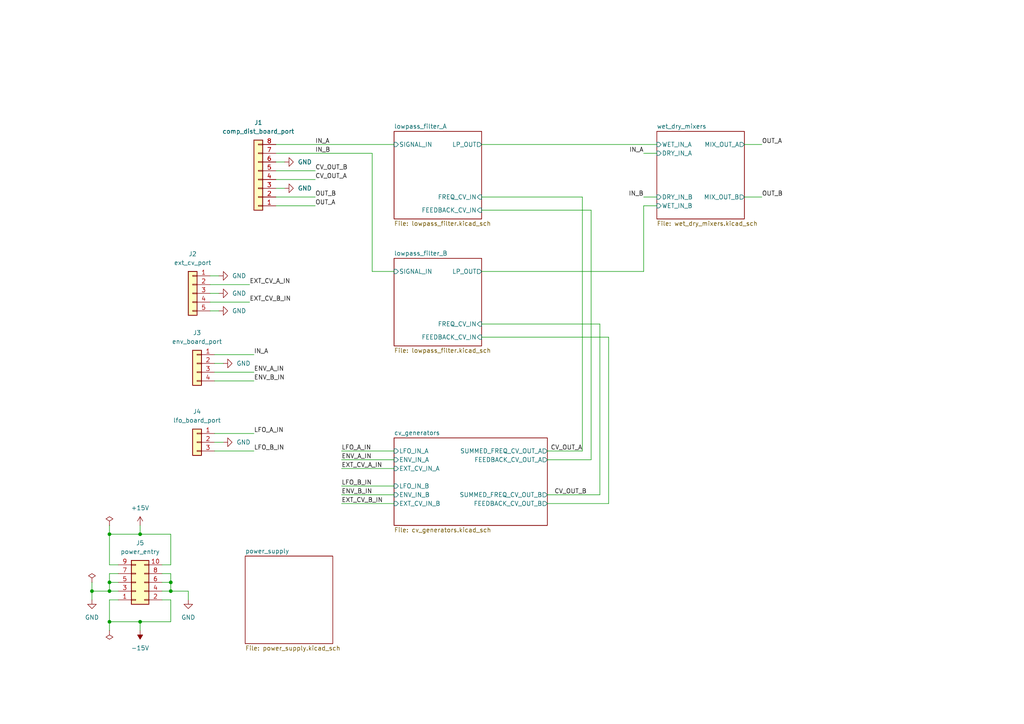
<source format=kicad_sch>
(kicad_sch (version 20211123) (generator eeschema)
  (paper "A4")
  (title_block (title "M.S.M. Stereo Lowpass Filter Pedal") (date "2022-05-19") (rev "0") (comment 2 "creativecommons.org/licenses/by/4.0") (comment 3 "License: CC by 4.0") (comment 4 "Author: Jordan Aceto"))
  (lib_symbols
    (symbol "Connector_Generic:Conn_01x03" (pin_names (offset 1.016) hide)
      (property "Reference" "J" (at 0 5.08 0))
      (property "Value" "Conn_01x03" (at 0 -5.08 0))
      (symbol "Conn_01x03_1_1"
        (rectangle (start -1.27 -2.413) (end 0 -2.667) (stroke (width 0.1524)))
        (rectangle (start -1.27 0.127) (end 0 -0.127) (stroke (width 0.1524)))
        (rectangle (start -1.27 2.667) (end 0 2.413) (stroke (width 0.1524)))
        (rectangle (start -1.27 3.81) (end 1.27 -3.81) (stroke (width 0.254)) (fill (type background)))
        (pin passive line (at -5.08 2.54 0) (length 3.81) (name "Pin_1") (number "1"))
        (pin passive line (at -5.08 0 0) (length 3.81) (name "Pin_2") (number "2"))
        (pin passive line (at -5.08 -2.54 0) (length 3.81) (name "Pin_3") (number "3"))
      )
    )
    (symbol "Connector_Generic:Conn_01x04" (pin_names (offset 1.016) hide)
      (property "Reference" "J" (at 0 5.08 0))
      (property "Value" "Conn_01x04" (at 0 -7.62 0))
      (symbol "Conn_01x04_1_1"
        (rectangle (start -1.27 -4.953) (end 0 -5.207) (stroke (width 0.1524)))
        (rectangle (start -1.27 -2.413) (end 0 -2.667) (stroke (width 0.1524)))
        (rectangle (start -1.27 0.127) (end 0 -0.127) (stroke (width 0.1524)))
        (rectangle (start -1.27 2.667) (end 0 2.413) (stroke (width 0.1524)))
        (rectangle (start -1.27 3.81) (end 1.27 -6.35) (stroke (width 0.254)) (fill (type background)))
        (pin passive line (at -5.08 2.54 0) (length 3.81) (name "Pin_1") (number "1"))
        (pin passive line (at -5.08 0 0) (length 3.81) (name "Pin_2") (number "2"))
        (pin passive line (at -5.08 -2.54 0) (length 3.81) (name "Pin_3") (number "3"))
        (pin passive line (at -5.08 -5.08 0) (length 3.81) (name "Pin_4") (number "4"))
      )
    )
    (symbol "Connector_Generic:Conn_01x05" (pin_names (offset 1.016) hide)
      (property "Reference" "J" (at 0 7.62 0))
      (property "Value" "Conn_01x05" (at 0 -7.62 0))
      (symbol "Conn_01x05_1_1"
        (rectangle (start -1.27 -4.953) (end 0 -5.207) (stroke (width 0.1524)))
        (rectangle (start -1.27 -2.413) (end 0 -2.667) (stroke (width 0.1524)))
        (rectangle (start -1.27 0.127) (end 0 -0.127) (stroke (width 0.1524)))
        (rectangle (start -1.27 2.667) (end 0 2.413) (stroke (width 0.1524)))
        (rectangle (start -1.27 5.207) (end 0 4.953) (stroke (width 0.1524)))
        (rectangle (start -1.27 6.35) (end 1.27 -6.35) (stroke (width 0.254)) (fill (type background)))
        (pin passive line (at -5.08 5.08 0) (length 3.81) (name "Pin_1") (number "1"))
        (pin passive line (at -5.08 2.54 0) (length 3.81) (name "Pin_2") (number "2"))
        (pin passive line (at -5.08 0 0) (length 3.81) (name "Pin_3") (number "3"))
        (pin passive line (at -5.08 -2.54 0) (length 3.81) (name "Pin_4") (number "4"))
        (pin passive line (at -5.08 -5.08 0) (length 3.81) (name "Pin_5") (number "5"))
      )
    )
    (symbol "Connector_Generic:Conn_01x08" (pin_names (offset 1.016) hide)
      (property "Reference" "J" (at 0 10.16 0))
      (property "Value" "Conn_01x08" (at 0 -12.7 0))
      (symbol "Conn_01x08_1_1"
        (rectangle (start -1.27 -10.033) (end 0 -10.287) (stroke (width 0.1524)))
        (rectangle (start -1.27 -7.493) (end 0 -7.747) (stroke (width 0.1524)))
        (rectangle (start -1.27 -4.953) (end 0 -5.207) (stroke (width 0.1524)))
        (rectangle (start -1.27 -2.413) (end 0 -2.667) (stroke (width 0.1524)))
        (rectangle (start -1.27 0.127) (end 0 -0.127) (stroke (width 0.1524)))
        (rectangle (start -1.27 2.667) (end 0 2.413) (stroke (width 0.1524)))
        (rectangle (start -1.27 5.207) (end 0 4.953) (stroke (width 0.1524)))
        (rectangle (start -1.27 7.747) (end 0 7.493) (stroke (width 0.1524)))
        (rectangle (start -1.27 8.89) (end 1.27 -11.43) (stroke (width 0.254)) (fill (type background)))
        (pin passive line (at -5.08 7.62 0) (length 3.81) (name "Pin_1") (number "1"))
        (pin passive line (at -5.08 5.08 0) (length 3.81) (name "Pin_2") (number "2"))
        (pin passive line (at -5.08 2.54 0) (length 3.81) (name "Pin_3") (number "3"))
        (pin passive line (at -5.08 0 0) (length 3.81) (name "Pin_4") (number "4"))
        (pin passive line (at -5.08 -2.54 0) (length 3.81) (name "Pin_5") (number "5"))
        (pin passive line (at -5.08 -5.08 0) (length 3.81) (name "Pin_6") (number "6"))
        (pin passive line (at -5.08 -7.62 0) (length 3.81) (name "Pin_7") (number "7"))
        (pin passive line (at -5.08 -10.16 0) (length 3.81) (name "Pin_8") (number "8"))
      )
    )
    (symbol "Connector_Generic:Conn_02x05_Odd_Even" (pin_names (offset 1.016) hide)
      (property "Reference" "J" (at 1.27 7.62 0))
      (property "Value" "Conn_02x05_Odd_Even" (at 1.27 -7.62 0))
      (symbol "Conn_02x05_Odd_Even_1_1"
        (rectangle (start -1.27 -4.953) (end 0 -5.207) (stroke (width 0.1524)))
        (rectangle (start -1.27 -2.413) (end 0 -2.667) (stroke (width 0.1524)))
        (rectangle (start -1.27 0.127) (end 0 -0.127) (stroke (width 0.1524)))
        (rectangle (start -1.27 2.667) (end 0 2.413) (stroke (width 0.1524)))
        (rectangle (start -1.27 5.207) (end 0 4.953) (stroke (width 0.1524)))
        (rectangle (start -1.27 6.35) (end 3.81 -6.35) (stroke (width 0.254)) (fill (type background)))
        (rectangle (start 3.81 -4.953) (end 2.54 -5.207) (stroke (width 0.1524)))
        (rectangle (start 3.81 -2.413) (end 2.54 -2.667) (stroke (width 0.1524)))
        (rectangle (start 3.81 0.127) (end 2.54 -0.127) (stroke (width 0.1524)))
        (rectangle (start 3.81 2.667) (end 2.54 2.413) (stroke (width 0.1524)))
        (rectangle (start 3.81 5.207) (end 2.54 4.953) (stroke (width 0.1524)))
        (pin passive line (at -5.08 5.08 0) (length 3.81) (name "Pin_1") (number "1"))
        (pin passive line (at 7.62 -5.08 180) (length 3.81) (name "Pin_10") (number "10"))
        (pin passive line (at 7.62 5.08 180) (length 3.81) (name "Pin_2") (number "2"))
        (pin passive line (at -5.08 2.54 0) (length 3.81) (name "Pin_3") (number "3"))
        (pin passive line (at 7.62 2.54 180) (length 3.81) (name "Pin_4") (number "4"))
        (pin passive line (at -5.08 0 0) (length 3.81) (name "Pin_5") (number "5"))
        (pin passive line (at 7.62 0 180) (length 3.81) (name "Pin_6") (number "6"))
        (pin passive line (at -5.08 -2.54 0) (length 3.81) (name "Pin_7") (number "7"))
        (pin passive line (at 7.62 -2.54 180) (length 3.81) (name "Pin_8") (number "8"))
        (pin passive line (at -5.08 -5.08 0) (length 3.81) (name "Pin_9") (number "9"))
      )
    )
    (symbol "power:+15V" (power) (pin_names (offset 0))
      (property "Value" "+15V" (at 0 3.556 0))
      (symbol "+15V_0_1"
        (polyline (pts (xy -0.762 1.27) (xy 0 2.54)))
        (polyline (pts (xy 0 0) (xy 0 2.54)))
        (polyline (pts (xy 0 2.54) (xy 0.762 1.27)))
      )
      (symbol "+15V_1_1"
        (pin power_in line (at 0 0 90) (length 0) hide (name "+15V") (number "1"))
      )
    )
    (symbol "power:-15V" (power) (pin_names (offset 0))
      (property "Value" "-15V" (at 0 3.81 0))
      (symbol "-15V_0_0"
        (pin power_in line (at 0 0 90) (length 0) hide (name "-15V") (number "1"))
      )
      (symbol "-15V_0_1"
        (polyline (pts (xy 0 0) (xy 0 1.27) (xy 0.762 1.27) (xy 0 2.54) (xy -0.762 1.27) (xy 0 1.27)) (fill (type outline)))
      )
    )
    (symbol "power:GND" (power) (pin_names (offset 0))
      (property "Value" "GND" (at 0 -3.81 0))
      (symbol "GND_0_1"
        (polyline (pts (xy 0 0) (xy 0 -1.27) (xy 1.27 -1.27) (xy 0 -2.54) (xy -1.27 -1.27) (xy 0 -1.27)))
      )
      (symbol "GND_1_1"
        (pin power_in line (at 0 0 270) (length 0) hide (name "GND") (number "1"))
      )
    )
    (symbol "power:PWR_FLAG" (power) (pin_numbers hide) (pin_names (offset 0) hide)
      (property "Value" "PWR_FLAG" (at 0 3.81 0))
      (symbol "PWR_FLAG_0_0"
        (pin power_out line (at 0 0 90) (length 0) (name "pwr") (number "1"))
      )
      (symbol "PWR_FLAG_0_1"
        (polyline (pts (xy 0 0) (xy 0 1.27) (xy -1.016 1.905) (xy 0 2.54) (xy 1.016 1.905) (xy 0 1.27)))
      )
    )
  )
  (junction (at 26.67 171.45))
  (junction (at 31.75 154.94))
  (junction (at 49.53 168.91))
  (junction (at 31.75 168.91))
  (junction (at 31.75 171.45))
  (junction (at 40.64 180.34))
  (junction (at 40.64 154.94))
  (junction (at 31.75 180.34))
  (junction (at 49.53 171.45))
  (wire (pts (xy 49.53 154.94) (xy 40.64 154.94)))
  (wire (pts (xy 158.75 130.81) (xy 168.91 130.81)))
  (wire (pts (xy 80.01 57.15) (xy 91.44 57.15)))
  (wire (pts (xy 49.53 163.83) (xy 49.53 154.94)))
  (wire (pts (xy 49.53 180.34) (xy 49.53 173.99)))
  (wire (pts (xy 176.53 97.79) (xy 139.7 97.79)))
  (wire (pts (xy 168.91 57.15) (xy 139.7 57.15)))
  (wire (pts (xy 49.53 171.45) (xy 49.53 168.91)))
  (wire (pts (xy 31.75 166.37) (xy 31.75 168.91)))
  (wire (pts (xy 62.23 102.87) (xy 73.66 102.87)))
  (wire (pts (xy 173.99 93.98) (xy 139.7 93.98)))
  (wire (pts (xy 26.67 171.45) (xy 31.75 171.45)))
  (wire (pts (xy 54.61 173.99) (xy 54.61 171.45)))
  (wire (pts (xy 99.06 146.05) (xy 114.3 146.05)))
  (wire (pts (xy 171.45 60.96) (xy 139.7 60.96)))
  (wire (pts (xy 99.06 133.35) (xy 114.3 133.35)))
  (wire (pts (xy 31.75 163.83) (xy 34.29 163.83)))
  (wire (pts (xy 46.99 163.83) (xy 49.53 163.83)))
  (wire (pts (xy 40.64 180.34) (xy 49.53 180.34)))
  (wire (pts (xy 31.75 166.37) (xy 34.29 166.37)))
  (wire (pts (xy 80.01 41.91) (xy 114.3 41.91)))
  (wire (pts (xy 82.55 54.61) (xy 80.01 54.61)))
  (wire (pts (xy 62.23 130.81) (xy 73.66 130.81)))
  (wire (pts (xy 31.75 168.91) (xy 34.29 168.91)))
  (wire (pts (xy 171.45 133.35) (xy 171.45 60.96)))
  (wire (pts (xy 31.75 154.94) (xy 31.75 163.83)))
  (wire (pts (xy 40.64 180.34) (xy 40.64 182.88)))
  (wire (pts (xy 168.91 130.81) (xy 168.91 57.15)))
  (wire (pts (xy 99.06 143.51) (xy 114.3 143.51)))
  (wire (pts (xy 63.5 90.17) (xy 60.96 90.17)))
  (wire (pts (xy 31.75 182.88) (xy 31.75 180.34)))
  (wire (pts (xy 158.75 146.05) (xy 176.53 146.05)))
  (wire (pts (xy 62.23 110.49) (xy 73.66 110.49)))
  (wire (pts (xy 63.5 85.09) (xy 60.96 85.09)))
  (wire (pts (xy 49.53 173.99) (xy 46.99 173.99)))
  (wire (pts (xy 139.7 78.74) (xy 186.69 78.74)))
  (wire (pts (xy 31.75 152.4) (xy 31.75 154.94)))
  (wire (pts (xy 80.01 59.69) (xy 91.44 59.69)))
  (wire (pts (xy 158.75 133.35) (xy 171.45 133.35)))
  (wire (pts (xy 60.96 82.55) (xy 72.39 82.55)))
  (wire (pts (xy 186.69 44.45) (xy 190.5 44.45)))
  (wire (pts (xy 63.5 80.01) (xy 60.96 80.01)))
  (wire (pts (xy 139.7 41.91) (xy 190.5 41.91)))
  (wire (pts (xy 64.77 105.41) (xy 62.23 105.41)))
  (wire (pts (xy 31.75 168.91) (xy 31.75 171.45)))
  (wire (pts (xy 176.53 146.05) (xy 176.53 97.79)))
  (wire (pts (xy 40.64 152.4) (xy 40.64 154.94)))
  (wire (pts (xy 40.64 154.94) (xy 31.75 154.94)))
  (wire (pts (xy 46.99 166.37) (xy 49.53 166.37)))
  (wire (pts (xy 31.75 173.99) (xy 31.75 180.34)))
  (wire (pts (xy 190.5 59.69) (xy 186.69 59.69)))
  (wire (pts (xy 215.9 41.91) (xy 220.98 41.91)))
  (wire (pts (xy 54.61 171.45) (xy 49.53 171.45)))
  (wire (pts (xy 80.01 52.07) (xy 91.44 52.07)))
  (wire (pts (xy 158.75 143.51) (xy 173.99 143.51)))
  (wire (pts (xy 186.69 59.69) (xy 186.69 78.74)))
  (wire (pts (xy 46.99 168.91) (xy 49.53 168.91)))
  (wire (pts (xy 173.99 143.51) (xy 173.99 93.98)))
  (wire (pts (xy 31.75 180.34) (xy 40.64 180.34)))
  (wire (pts (xy 99.06 135.89) (xy 114.3 135.89)))
  (wire (pts (xy 215.9 57.15) (xy 220.98 57.15)))
  (wire (pts (xy 82.55 46.99) (xy 80.01 46.99)))
  (wire (pts (xy 99.06 140.97) (xy 114.3 140.97)))
  (wire (pts (xy 99.06 130.81) (xy 114.3 130.81)))
  (wire (pts (xy 46.99 171.45) (xy 49.53 171.45)))
  (wire (pts (xy 186.69 57.15) (xy 190.5 57.15)))
  (wire (pts (xy 34.29 173.99) (xy 31.75 173.99)))
  (wire (pts (xy 26.67 168.91) (xy 26.67 171.45)))
  (wire (pts (xy 62.23 107.95) (xy 73.66 107.95)))
  (wire (pts (xy 49.53 168.91) (xy 49.53 166.37)))
  (wire (pts (xy 107.95 44.45) (xy 107.95 78.74)))
  (wire (pts (xy 80.01 49.53) (xy 91.44 49.53)))
  (wire (pts (xy 80.01 44.45) (xy 107.95 44.45)))
  (wire (pts (xy 60.96 87.63) (xy 72.39 87.63)))
  (wire (pts (xy 64.77 128.27) (xy 62.23 128.27)))
  (wire (pts (xy 107.95 78.74) (xy 114.3 78.74)))
  (wire (pts (xy 26.67 173.99) (xy 26.67 171.45)))
  (wire (pts (xy 34.29 171.45) (xy 31.75 171.45)))
  (wire (pts (xy 62.23 125.73) (xy 73.66 125.73)))
  (label "ENV_A_IN" (at 99.06 133.35 0))
  (label "EXT_CV_A_IN" (at 99.06 135.89 0))
  (label "CV_OUT_B" (at 91.44 49.53 0))
  (label "EXT_CV_B_IN" (at 72.39 87.63 0))
  (label "IN_B" (at 186.69 57.15 180))
  (label "ENV_B_IN" (at 99.06 143.51 0))
  (label "IN_A" (at 91.44 41.91 0))
  (label "ENV_B_IN" (at 73.66 110.49 0))
  (label "OUT_A" (at 91.44 59.69 0))
  (label "ENV_A_IN" (at 73.66 107.95 0))
  (label "OUT_B" (at 220.98 57.15 0))
  (label "IN_A" (at 186.69 44.45 180))
  (label "EXT_CV_B_IN" (at 99.06 146.05 0))
  (label "IN_A" (at 73.66 102.87 0))
  (label "CV_OUT_B" (at 170.18 143.51 180))
  (label "LFO_B_IN" (at 73.66 130.81 0))
  (label "CV_OUT_A" (at 91.44 52.07 0))
  (label "IN_B" (at 91.44 44.45 0))
  (label "EXT_CV_A_IN" (at 72.39 82.55 0))
  (label "OUT_B" (at 91.44 57.15 0))
  (label "LFO_B_IN" (at 99.06 140.97 0))
  (label "OUT_A" (at 220.98 41.91 0))
  (label "LFO_A_IN" (at 99.06 130.81 0))
  (label "CV_OUT_A" (at 168.91 130.81 180))
  (label "LFO_A_IN" (at 73.66 125.73 0))
  (symbol (lib_id "power:PWR_FLAG") (at 31.75 182.88 180) (unit 1)
    (property "Reference" "#FLG0102" (effects hide))
    (property "Value" "PWR_FLAG" (effects hide))
  )
  (symbol (lib_id "power:GND") (at 63.5 85.09 90) (unit 1)
    (property "Reference" "#PWR0148" (effects hide))
    (property "Value" "GND" (at 67.31 85.0899 90) (effects (justify right)))
  )
  (symbol (lib_id "power:GND") (at 82.55 46.99 90) (unit 1)
    (property "Reference" "#PWR01" (effects hide))
    (property "Value" "GND" (at 86.36 46.9899 90) (effects (justify right)))
  )
  (symbol (lib_id "Connector_Generic:Conn_01x05") (at 55.88 85.09 0) (mirror y) (unit 1)
    (property "Reference" "J2" (at 55.88 73.66 0))
    (property "Value" "ext_cv_port" (at 55.88 76.2 0))
    (property "Footprint" "Connector_Molex:Molex_KK-254_AE-6410-05A_1x05_P2.54mm_Vertical" (effects hide))
  )
  (symbol (lib_id "power:GND") (at 63.5 90.17 90) (unit 1)
    (property "Reference" "#PWR0149" (effects hide))
    (property "Value" "GND" (at 67.31 90.1699 90) (effects (justify right)))
  )
  (symbol (lib_id "power:+15V") (at 40.64 152.4 0) (unit 1)
    (property "Reference" "#PWR0104" (effects hide))
    (property "Value" "+15V" (at 40.64 147.32 0))
  )
  (symbol (lib_id "Connector_Generic:Conn_02x05_Odd_Even") (at 39.37 168.91 0) (mirror x) (unit 1)
    (property "Reference" "J5" (at 40.64 157.48 0))
    (property "Value" "power_entry" (at 40.64 160.02 0))
    (property "Footprint" "Connector_IDC:IDC-Header_2x05_P2.54mm_Vertical" (effects hide))
  )
  (symbol (lib_id "power:GND") (at 63.5 80.01 90) (unit 1)
    (property "Reference" "#PWR0152" (effects hide))
    (property "Value" "GND" (at 67.31 80.0099 90) (effects (justify right)))
  )
  (symbol (lib_id "power:GND") (at 54.61 173.99 0) (unit 1)
    (property "Reference" "#PWR0103" (effects hide))
    (property "Value" "GND" (at 54.61 179.07 0))
  )
  (symbol (lib_id "power:GND") (at 26.67 173.99 0) (mirror y) (unit 1)
    (property "Reference" "#PWR0101" (effects hide))
    (property "Value" "GND" (at 26.67 179.07 0))
  )
  (symbol (lib_id "Connector_Generic:Conn_01x03") (at 57.15 128.27 0) (mirror y) (unit 1)
    (property "Reference" "J4" (at 57.15 119.38 0))
    (property "Value" "lfo_board_port" (at 57.15 121.92 0))
    (property "Footprint" "Connector_Molex:Molex_KK-254_AE-6410-03A_1x03_P2.54mm_Vertical" (effects hide))
  )
  (symbol (lib_id "power:PWR_FLAG") (at 31.75 152.4 0) (unit 1)
    (property "Reference" "#FLG0103" (effects hide))
    (property "Value" "PWR_FLAG" (effects hide))
  )
  (symbol (lib_id "power:-15V") (at 40.64 182.88 180) (unit 1)
    (property "Reference" "#PWR0102" (effects hide))
    (property "Value" "-15V" (at 40.64 187.96 0))
  )
  (symbol (lib_id "Connector_Generic:Conn_01x04") (at 57.15 105.41 0) (mirror y) (unit 1)
    (property "Reference" "J3" (at 57.15 96.52 0))
    (property "Value" "env_board_port" (at 57.15 99.06 0))
    (property "Footprint" "Connector_Molex:Molex_KK-254_AE-6410-04A_1x04_P2.54mm_Vertical" (effects hide))
  )
  (symbol (lib_id "Connector_Generic:Conn_01x08") (at 74.93 52.07 180) (unit 1)
    (property "Reference" "J1" (at 74.93 35.56 0))
    (property "Value" "comp_dist_board_port" (at 74.93 38.1 0))
    (property "Footprint" "Connector_Molex:Molex_KK-254_AE-6410-08A_1x08_P2.54mm_Vertical" (effects hide))
  )
  (symbol (lib_id "power:GND") (at 64.77 105.41 90) (unit 1)
    (property "Reference" "#PWR0151" (effects hide))
    (property "Value" "GND" (at 68.58 105.4099 90) (effects (justify right)))
  )
  (symbol (lib_id "power:GND") (at 82.55 54.61 90) (unit 1)
    (property "Reference" "#PWR0147" (effects hide))
    (property "Value" "GND" (at 86.36 54.6099 90) (effects (justify right)))
  )
  (symbol (lib_id "power:GND") (at 64.77 128.27 90) (unit 1)
    (property "Reference" "#PWR0150" (effects hide))
    (property "Value" "GND" (at 68.58 128.2699 90) (effects (justify right)))
  )
  (symbol (lib_id "power:PWR_FLAG") (at 26.67 168.91 0) (unit 1)
    (property "Reference" "#FLG0101" (effects hide))
    (property "Value" "PWR_FLAG" (effects hide))
  )
  (sheet (at 71.12 161.29) (size 25.4 25.4) (stroke (width 0.1524))
    (property "Sheet name" "power_supply" (at 71.12 160.5784 0) (effects (justify left bottom)))
    (property "Sheet file" "power_supply.kicad_sch" (at 71.12 187.2746 0) (effects (justify left top)))
  )
  (sheet (at 114.3 127) (size 44.45 25.4) (stroke (width 0.1524))
    (property "Sheet name" "cv_generators" (at 114.3 126.2884 0) (effects (justify left bottom)))
    (property "Sheet file" "cv_generators.kicad_sch" (at 114.3 152.9846 0) (effects (justify left top)))
    (pin "EXT_CV_IN_A" input (at 114.3 135.89 180))
    (pin "LFO_IN_A" input (at 114.3 130.81 180))
    (pin "ENV_IN_A" input (at 114.3 133.35 180))
    (pin "ENV_IN_B" input (at 114.3 143.51 180))
    (pin "EXT_CV_IN_B" input (at 114.3 146.05 180))
    (pin "LFO_IN_B" input (at 114.3 140.97 180))
    (pin "SUMMED_FREQ_CV_OUT_B" output (at 158.75 143.51 0))
    (pin "SUMMED_FREQ_CV_OUT_A" output (at 158.75 130.81 0))
    (pin "FEEDBACK_CV_OUT_B" output (at 158.75 146.05 0))
    (pin "FEEDBACK_CV_OUT_A" output (at 158.75 133.35 0))
  )
  (sheet (at 114.3 74.93) (size 25.4 25.4) (stroke (width 0.1524))
    (property "Sheet name" "lowpass_filter_B" (at 114.3 74.2184 0) (effects (justify left bottom)))
    (property "Sheet file" "lowpass_filter.kicad_sch" (at 114.3 100.9146 0) (effects (justify left top)))
    (pin "LP_OUT" output (at 139.7 78.74 0))
    (pin "SIGNAL_IN" input (at 114.3 78.74 180))
    (pin "FREQ_CV_IN" input (at 139.7 93.98 0))
    (pin "FEEDBACK_CV_IN" input (at 139.7 97.79 0))
  )
  (sheet (at 190.5 38.1) (size 25.4 25.4) (stroke (width 0.1524))
    (property "Sheet name" "wet_dry_mixers" (at 190.5 37.3884 0) (effects (justify left bottom)))
    (property "Sheet file" "wet_dry_mixers.kicad_sch" (at 190.5 64.0846 0) (effects (justify left top)))
    (pin "WET_IN_A" input (at 190.5 41.91 180))
    (pin "DRY_IN_A" input (at 190.5 44.45 180))
    (pin "WET_IN_B" input (at 190.5 59.69 180))
    (pin "DRY_IN_B" input (at 190.5 57.15 180))
    (pin "MIX_OUT_A" output (at 215.9 41.91 0))
    (pin "MIX_OUT_B" output (at 215.9 57.15 0))
  )
  (sheet (at 114.3 38.1) (size 25.4 25.4) (stroke (width 0.1524))
    (property "Sheet name" "lowpass_filter_A" (at 114.3 37.3884 0) (effects (justify left bottom)))
    (property "Sheet file" "lowpass_filter.kicad_sch" (at 114.3 64.0846 0) (effects (justify left top)))
    (pin "LP_OUT" output (at 139.7 41.91 0))
    (pin "SIGNAL_IN" input (at 114.3 41.91 180))
    (pin "FREQ_CV_IN" input (at 139.7 57.15 0))
    (pin "FEEDBACK_CV_IN" input (at 139.7 60.96 0))
  )
)
</source>
